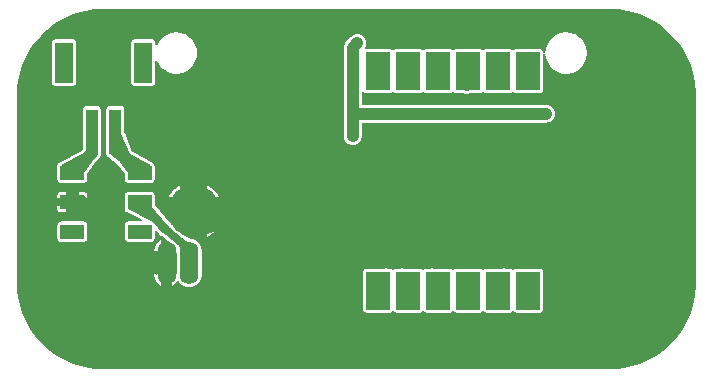
<source format=gbl>
G04 Layer: BottomLayer*
G04 EasyEDA v6.5.29, 2023-07-06 22:18:42*
G04 26de12d81895481dba0b46256d096437,4bfb672c99b74c95bcb02992393faf10,10*
G04 Gerber Generator version 0.2*
G04 Scale: 100 percent, Rotated: No, Reflected: No *
G04 Dimensions in millimeters *
G04 leading zeros omitted , absolute positions ,4 integer and 5 decimal *
%FSLAX45Y45*%
%MOMM*%

%AMMACRO1*21,1,$1,$2,0,0,$3*%
%ADD10C,1.0000*%
%ADD11C,0.8000*%
%ADD12C,0.7000*%
%ADD13C,0.2540*%
%ADD14MACRO1,2X3.2X0.0000*%
%ADD15MACRO1,1.1999X2X90.0000*%
%ADD16MACRO1,1X3.8X0.0000*%
%ADD17MACRO1,1.5X3.4X0.0000*%
%ADD18O,1.5999968X3.5999928*%
%ADD19C,4.4000*%
%ADD20C,0.7000*%
%ADD21C,0.6100*%
%ADD22C,0.0110*%

%LPD*%
G36*
X3775456Y6625894D02*
G01*
X3738067Y6626859D01*
X3701491Y6629653D01*
X3665118Y6634276D01*
X3628999Y6640779D01*
X3593236Y6649110D01*
X3557981Y6659168D01*
X3523284Y6671056D01*
X3489198Y6684670D01*
X3455873Y6700012D01*
X3423361Y6717030D01*
X3391763Y6735622D01*
X3361131Y6755841D01*
X3331565Y6777583D01*
X3303168Y6800748D01*
X3275939Y6825335D01*
X3250031Y6851294D01*
X3225444Y6878523D01*
X3202279Y6906971D01*
X3180537Y6936536D01*
X3160369Y6967169D01*
X3141776Y6998817D01*
X3124809Y7031329D01*
X3109518Y7064654D01*
X3095904Y7098741D01*
X3084068Y7133488D01*
X3073958Y7168743D01*
X3065678Y7204506D01*
X3059226Y7240574D01*
X3054604Y7276998D01*
X3051810Y7313574D01*
X3050895Y7350404D01*
X3050895Y8949537D01*
X3051860Y8986926D01*
X3054654Y9023502D01*
X3059328Y9059875D01*
X3065780Y9095994D01*
X3074111Y9131706D01*
X3084220Y9167012D01*
X3096056Y9201708D01*
X3109722Y9235744D01*
X3125012Y9269069D01*
X3142030Y9301581D01*
X3160623Y9333230D01*
X3180842Y9363811D01*
X3202584Y9393377D01*
X3225749Y9421825D01*
X3250387Y9449054D01*
X3276295Y9474962D01*
X3303524Y9499549D01*
X3331972Y9522714D01*
X3361588Y9544405D01*
X3392220Y9564624D01*
X3423818Y9583216D01*
X3456330Y9600184D01*
X3489706Y9615474D01*
X3523742Y9629089D01*
X3558489Y9640925D01*
X3593744Y9650984D01*
X3629507Y9659264D01*
X3665626Y9665766D01*
X3701999Y9670389D01*
X3738575Y9673132D01*
X3775456Y9674047D01*
X8074558Y9674047D01*
X8111896Y9673132D01*
X8148472Y9670338D01*
X8184896Y9665665D01*
X8221014Y9659162D01*
X8256727Y9650882D01*
X8291982Y9640773D01*
X8326678Y9628886D01*
X8360765Y9615271D01*
X8394090Y9599930D01*
X8426602Y9582962D01*
X8458200Y9564319D01*
X8488832Y9544151D01*
X8518398Y9522409D01*
X8546846Y9499193D01*
X8574024Y9474606D01*
X8599982Y9448647D01*
X8624570Y9421418D01*
X8647734Y9392970D01*
X8669426Y9363405D01*
X8689594Y9332772D01*
X8708186Y9301175D01*
X8725154Y9268612D01*
X8740495Y9235287D01*
X8754059Y9201200D01*
X8765946Y9166504D01*
X8776004Y9131249D01*
X8784285Y9095486D01*
X8790736Y9059367D01*
X8795359Y9022994D01*
X8798153Y8986418D01*
X8799068Y8949537D01*
X8799068Y7350404D01*
X8798102Y7313066D01*
X8795308Y7276490D01*
X8790686Y7240066D01*
X8784183Y7203998D01*
X8775903Y7168235D01*
X8765794Y7132980D01*
X8753906Y7098284D01*
X8740292Y7064197D01*
X8724950Y7030872D01*
X8707932Y6998360D01*
X8689340Y6966762D01*
X8669121Y6936130D01*
X8647430Y6906564D01*
X8624214Y6878167D01*
X8599627Y6850938D01*
X8573668Y6824980D01*
X8546439Y6800392D01*
X8517991Y6777228D01*
X8488426Y6755536D01*
X8457793Y6735368D01*
X8426145Y6716775D01*
X8393633Y6699808D01*
X8360308Y6684467D01*
X8326221Y6670903D01*
X8291474Y6659016D01*
X8256219Y6648958D01*
X8220506Y6640677D01*
X8184388Y6634225D01*
X8147964Y6629603D01*
X8111388Y6626809D01*
X8074558Y6625894D01*
G37*

%LPC*%
G36*
X6009284Y7103872D02*
G01*
X6208115Y7103872D01*
X6214465Y7104583D01*
X6219901Y7106462D01*
X6224828Y7109561D01*
X6228537Y7113270D01*
X6231839Y7115505D01*
X6235700Y7116267D01*
X6239611Y7115505D01*
X6242913Y7113270D01*
X6246571Y7109612D01*
X6251498Y7106513D01*
X6256934Y7104583D01*
X6263284Y7103872D01*
X6462115Y7103872D01*
X6468465Y7104583D01*
X6473901Y7106513D01*
X6478828Y7109612D01*
X6482537Y7113270D01*
X6485788Y7115505D01*
X6489700Y7116267D01*
X6493611Y7115505D01*
X6496862Y7113270D01*
X6500571Y7109612D01*
X6505498Y7106513D01*
X6510934Y7104583D01*
X6517284Y7103872D01*
X6716115Y7103872D01*
X6722465Y7104583D01*
X6727901Y7106513D01*
X6732828Y7109612D01*
X6736537Y7113270D01*
X6739788Y7115505D01*
X6743700Y7116267D01*
X6747611Y7115505D01*
X6750862Y7113270D01*
X6754571Y7109612D01*
X6759498Y7106513D01*
X6764934Y7104583D01*
X6771284Y7103872D01*
X6970115Y7103872D01*
X6976465Y7104583D01*
X6981901Y7106513D01*
X6986828Y7109612D01*
X6990537Y7113270D01*
X6993788Y7115505D01*
X6997700Y7116267D01*
X7001611Y7115505D01*
X7004862Y7113270D01*
X7008571Y7109612D01*
X7013498Y7106513D01*
X7018934Y7104583D01*
X7025284Y7103872D01*
X7224115Y7103872D01*
X7230465Y7104583D01*
X7235901Y7106513D01*
X7240828Y7109612D01*
X7244537Y7113270D01*
X7247788Y7115505D01*
X7251700Y7116267D01*
X7255611Y7115505D01*
X7258862Y7113270D01*
X7262571Y7109612D01*
X7267498Y7106513D01*
X7272934Y7104583D01*
X7279284Y7103872D01*
X7478115Y7103872D01*
X7484465Y7104583D01*
X7489901Y7106513D01*
X7494828Y7109612D01*
X7498892Y7113676D01*
X7501991Y7118603D01*
X7503871Y7124039D01*
X7504582Y7130389D01*
X7504582Y7449210D01*
X7503871Y7455560D01*
X7501991Y7460996D01*
X7498892Y7465923D01*
X7494828Y7469987D01*
X7489901Y7473086D01*
X7484465Y7475016D01*
X7478115Y7475728D01*
X7279284Y7475728D01*
X7272934Y7475016D01*
X7267498Y7473086D01*
X7262571Y7469987D01*
X7258862Y7466279D01*
X7255611Y7464094D01*
X7251700Y7463332D01*
X7247788Y7464094D01*
X7244537Y7466279D01*
X7240828Y7469987D01*
X7235901Y7473086D01*
X7230465Y7475016D01*
X7224115Y7475728D01*
X7190231Y7475829D01*
X7180529Y7477455D01*
X7170470Y7477455D01*
X7160768Y7475829D01*
X7025284Y7475728D01*
X7018934Y7475016D01*
X7013498Y7473086D01*
X7008571Y7469987D01*
X7004862Y7466279D01*
X7001611Y7464094D01*
X6997700Y7463332D01*
X6993788Y7464094D01*
X6990537Y7466279D01*
X6986828Y7469987D01*
X6981901Y7473086D01*
X6976465Y7475016D01*
X6970115Y7475728D01*
X6771284Y7475728D01*
X6764934Y7475016D01*
X6759498Y7473086D01*
X6754571Y7469987D01*
X6750862Y7466279D01*
X6747611Y7464094D01*
X6743700Y7463332D01*
X6739788Y7464094D01*
X6736537Y7466279D01*
X6732828Y7469987D01*
X6727901Y7473086D01*
X6722465Y7475016D01*
X6716115Y7475728D01*
X6580631Y7475829D01*
X6570929Y7477455D01*
X6560870Y7477455D01*
X6551168Y7475829D01*
X6517284Y7475728D01*
X6510934Y7475016D01*
X6505498Y7473086D01*
X6500571Y7469987D01*
X6496862Y7466279D01*
X6493611Y7464094D01*
X6489700Y7463332D01*
X6485788Y7464094D01*
X6482537Y7466279D01*
X6478828Y7469987D01*
X6473901Y7473086D01*
X6468465Y7475016D01*
X6462115Y7475728D01*
X6326632Y7475829D01*
X6316929Y7477455D01*
X6306870Y7477455D01*
X6297168Y7475829D01*
X6263284Y7475728D01*
X6256934Y7475016D01*
X6251498Y7473086D01*
X6246571Y7469987D01*
X6242862Y7466279D01*
X6239560Y7464094D01*
X6235700Y7463332D01*
X6231788Y7464094D01*
X6228486Y7466279D01*
X6224828Y7469987D01*
X6219901Y7473035D01*
X6214465Y7474966D01*
X6208115Y7475677D01*
X6188760Y7475677D01*
X6177229Y7477455D01*
X6167170Y7477455D01*
X6155639Y7475677D01*
X6009284Y7475677D01*
X6002934Y7474966D01*
X5997498Y7473035D01*
X5992571Y7469987D01*
X5988507Y7465872D01*
X5985408Y7460996D01*
X5983528Y7455509D01*
X5982817Y7449210D01*
X5982817Y7130338D01*
X5983528Y7124039D01*
X5985408Y7118553D01*
X5988507Y7113676D01*
X5992571Y7109561D01*
X5997498Y7106462D01*
X6002934Y7104583D01*
G37*
G36*
X4508500Y7319314D02*
G01*
X4522317Y7320229D01*
X4535881Y7322921D01*
X4549038Y7327392D01*
X4561433Y7333488D01*
X4572965Y7341209D01*
X4583379Y7350353D01*
X4592523Y7360767D01*
X4600194Y7372248D01*
X4606340Y7384694D01*
X4610760Y7397800D01*
X4613503Y7411364D01*
X4614418Y7425537D01*
X4614418Y7624876D01*
X4613503Y7638999D01*
X4610557Y7653477D01*
X4606340Y7665720D01*
X4600194Y7678166D01*
X4592523Y7689646D01*
X4583379Y7700060D01*
X4572965Y7709204D01*
X4561433Y7716926D01*
X4549038Y7723022D01*
X4535881Y7727492D01*
X4522317Y7730185D01*
X4508296Y7731099D01*
X4505655Y7731607D01*
X4503267Y7732775D01*
X4457496Y7763509D01*
X4433925Y7783017D01*
X4431233Y7786522D01*
X4430268Y7790840D01*
X4430268Y7846568D01*
X4365447Y7846568D01*
X4361078Y7847533D01*
X4357522Y7850327D01*
X4352950Y7856067D01*
X4300067Y7912049D01*
X4217670Y8010652D01*
X4215892Y8013700D01*
X4215282Y8017154D01*
X4215282Y8098536D01*
X4214571Y8104835D01*
X4212691Y8110321D01*
X4209592Y8115198D01*
X4205478Y8119313D01*
X4200601Y8122361D01*
X4195114Y8124291D01*
X4188815Y8125002D01*
X3989933Y8125002D01*
X3983634Y8124291D01*
X3978198Y8122361D01*
X3973271Y8119313D01*
X3969207Y8115198D01*
X3966108Y8110321D01*
X3964178Y8104835D01*
X3963466Y8098536D01*
X3963466Y7979664D01*
X3964178Y7973364D01*
X3966108Y7967878D01*
X3969207Y7963001D01*
X3973271Y7958886D01*
X3978198Y7955838D01*
X3983380Y7953908D01*
X4101388Y7894218D01*
X4104843Y7891373D01*
X4106722Y7887309D01*
X4106672Y7882839D01*
X4104690Y7878775D01*
X4101185Y7876031D01*
X4096816Y7875016D01*
X3989984Y7875016D01*
X3983685Y7874304D01*
X3978198Y7872374D01*
X3973322Y7869326D01*
X3969207Y7865211D01*
X3966108Y7860334D01*
X3964228Y7854848D01*
X3963517Y7848549D01*
X3963517Y7729677D01*
X3964228Y7723378D01*
X3966108Y7717891D01*
X3969207Y7713014D01*
X3973322Y7708900D01*
X3978198Y7705852D01*
X3983685Y7703921D01*
X3989984Y7703210D01*
X4188866Y7703210D01*
X4195165Y7703921D01*
X4200601Y7705852D01*
X4205528Y7708900D01*
X4209592Y7713014D01*
X4212691Y7717891D01*
X4214622Y7723378D01*
X4215333Y7729677D01*
X4215333Y7784236D01*
X4216095Y7788148D01*
X4218381Y7791500D01*
X4221734Y7793685D01*
X4225696Y7794396D01*
X4229608Y7793532D01*
X4232859Y7791196D01*
X4257090Y7765542D01*
X4265066Y7758328D01*
X4273753Y7752689D01*
X4283354Y7748422D01*
X4287164Y7746441D01*
X4360672Y7685531D01*
X4363364Y7682026D01*
X4364329Y7677708D01*
X4364329Y7621574D01*
X4384903Y7621574D01*
X4388662Y7620812D01*
X4391914Y7618780D01*
X4394149Y7615631D01*
X4401667Y7599425D01*
X4402582Y7595158D01*
X4402582Y7438999D01*
X4401820Y7435138D01*
X4399635Y7431836D01*
X4396333Y7429601D01*
X4392422Y7428839D01*
X4364329Y7428839D01*
X4364329Y7330236D01*
X4370933Y7333488D01*
X4382465Y7341209D01*
X4392879Y7350353D01*
X4402023Y7360767D01*
X4404817Y7364933D01*
X4407611Y7367727D01*
X4411268Y7369251D01*
X4415231Y7369251D01*
X4418888Y7367727D01*
X4421682Y7364933D01*
X4424476Y7360767D01*
X4433620Y7350353D01*
X4444034Y7341209D01*
X4455566Y7333488D01*
X4467961Y7327392D01*
X4481118Y7322921D01*
X4494682Y7320229D01*
G37*
G36*
X4271670Y7330236D02*
G01*
X4271670Y7428839D01*
X4212082Y7428839D01*
X4212082Y7425537D01*
X4212996Y7411364D01*
X4215739Y7397800D01*
X4220159Y7384694D01*
X4226306Y7372248D01*
X4233976Y7360767D01*
X4243120Y7350353D01*
X4253534Y7341209D01*
X4265066Y7333488D01*
G37*
G36*
X4212082Y7621574D02*
G01*
X4271670Y7621574D01*
X4271670Y7720177D01*
X4265066Y7716926D01*
X4253534Y7709204D01*
X4243120Y7700060D01*
X4233976Y7689646D01*
X4226306Y7678166D01*
X4220159Y7665720D01*
X4215739Y7652613D01*
X4212996Y7638999D01*
X4212082Y7624876D01*
G37*
G36*
X3419957Y7703210D02*
G01*
X3618839Y7703210D01*
X3625138Y7703921D01*
X3630625Y7705852D01*
X3635501Y7708900D01*
X3639616Y7713014D01*
X3642715Y7717891D01*
X3644595Y7723378D01*
X3645306Y7729677D01*
X3645306Y7848549D01*
X3644595Y7854848D01*
X3642715Y7860334D01*
X3639616Y7865211D01*
X3635501Y7869326D01*
X3630625Y7872374D01*
X3625138Y7874304D01*
X3618839Y7875016D01*
X3419957Y7875016D01*
X3413658Y7874304D01*
X3408222Y7872374D01*
X3403295Y7869326D01*
X3399231Y7865211D01*
X3396132Y7860334D01*
X3394201Y7854848D01*
X3393490Y7848549D01*
X3393490Y7729677D01*
X3394201Y7723378D01*
X3396132Y7717891D01*
X3399231Y7713014D01*
X3403295Y7708900D01*
X3408222Y7705852D01*
X3413658Y7703921D01*
G37*
G36*
X4662932Y7746492D02*
G01*
X4675784Y7753654D01*
X4693767Y7765897D01*
X4710582Y7779664D01*
X4726127Y7794904D01*
X4740300Y7811414D01*
X4752949Y7829143D01*
X4763160Y7846568D01*
X4662932Y7846568D01*
G37*
G36*
X3575761Y7953197D02*
G01*
X3618839Y7953197D01*
X3625138Y7953908D01*
X3630625Y7955838D01*
X3635501Y7958886D01*
X3639616Y7963001D01*
X3642715Y7967878D01*
X3644595Y7973364D01*
X3645306Y7979664D01*
X3645306Y8002727D01*
X3575761Y8002727D01*
G37*
G36*
X3419957Y7953197D02*
G01*
X3463086Y7953197D01*
X3463086Y8002727D01*
X3393490Y8002727D01*
X3393490Y7979664D01*
X3394201Y7973364D01*
X3396132Y7967878D01*
X3399231Y7963001D01*
X3403295Y7958886D01*
X3408222Y7955838D01*
X3413658Y7953908D01*
G37*
G36*
X3575761Y8075422D02*
G01*
X3645306Y8075422D01*
X3645306Y8098536D01*
X3644595Y8104835D01*
X3642715Y8110321D01*
X3639616Y8115198D01*
X3635501Y8119313D01*
X3630625Y8122361D01*
X3625138Y8124291D01*
X3618839Y8125002D01*
X3575761Y8125002D01*
G37*
G36*
X3393490Y8075422D02*
G01*
X3463086Y8075422D01*
X3463086Y8125002D01*
X3419957Y8125002D01*
X3413658Y8124291D01*
X3408222Y8122361D01*
X3403295Y8119313D01*
X3399231Y8115198D01*
X3396132Y8110321D01*
X3394201Y8104835D01*
X3393490Y8098536D01*
G37*
G36*
X4330242Y8079231D02*
G01*
X4430268Y8079231D01*
X4430268Y8179358D01*
X4426813Y8177631D01*
X4408271Y8166201D01*
X4390847Y8153196D01*
X4374642Y8138668D01*
X4359808Y8122818D01*
X4346397Y8105648D01*
X4334560Y8087410D01*
G37*
G36*
X4662932Y8079231D02*
G01*
X4763160Y8079231D01*
X4752949Y8096656D01*
X4740300Y8114385D01*
X4726127Y8130895D01*
X4710582Y8146135D01*
X4693767Y8159902D01*
X4675784Y8172145D01*
X4662932Y8179308D01*
G37*
G36*
X3419957Y8203184D02*
G01*
X3618839Y8203184D01*
X3625138Y8203895D01*
X3630625Y8205825D01*
X3635501Y8208873D01*
X3639616Y8212988D01*
X3642715Y8217865D01*
X3644595Y8223351D01*
X3645306Y8229650D01*
X3645306Y8270646D01*
X3645814Y8273796D01*
X3647236Y8276590D01*
X3730599Y8392922D01*
X3740099Y8402675D01*
X3745737Y8409533D01*
X3747109Y8411464D01*
X3751732Y8419134D01*
X3752799Y8421217D01*
X3756660Y8431123D01*
X3759809Y8439861D01*
X3760520Y8446160D01*
X3760520Y8825026D01*
X3759809Y8831376D01*
X3757879Y8836812D01*
X3754780Y8841689D01*
X3750716Y8845804D01*
X3745788Y8848902D01*
X3740353Y8850782D01*
X3734054Y8851493D01*
X3635146Y8851493D01*
X3628847Y8850782D01*
X3623411Y8848902D01*
X3618484Y8845804D01*
X3614420Y8841689D01*
X3611321Y8836812D01*
X3609390Y8831376D01*
X3608679Y8825026D01*
X3608628Y8490000D01*
X3607866Y8486140D01*
X3605631Y8482838D01*
X3590239Y8467394D01*
X3587750Y8465566D01*
X3407918Y8372348D01*
X3403142Y8369198D01*
X3401009Y8367318D01*
X3397351Y8362543D01*
X3394913Y8357311D01*
X3393592Y8351316D01*
X3393490Y8229650D01*
X3394201Y8223351D01*
X3396132Y8217865D01*
X3399231Y8212988D01*
X3403295Y8208873D01*
X3408222Y8205825D01*
X3413658Y8203895D01*
G37*
G36*
X3989984Y8203184D02*
G01*
X4188866Y8203184D01*
X4195165Y8203895D01*
X4200601Y8205825D01*
X4205528Y8208873D01*
X4209592Y8212988D01*
X4212691Y8217865D01*
X4214622Y8223351D01*
X4215333Y8229650D01*
X4215333Y8348522D01*
X4214622Y8354822D01*
X4212691Y8360308D01*
X4209592Y8365185D01*
X4205478Y8369350D01*
X4200906Y8372348D01*
X4029456Y8461197D01*
X4026611Y8463381D01*
X4024731Y8466378D01*
X3961333Y8621115D01*
X3960571Y8624874D01*
X3960520Y8825026D01*
X3959809Y8831376D01*
X3957878Y8836812D01*
X3954779Y8841689D01*
X3950715Y8845804D01*
X3945788Y8848902D01*
X3940352Y8850782D01*
X3934053Y8851493D01*
X3835146Y8851493D01*
X3828846Y8850782D01*
X3823411Y8848902D01*
X3818483Y8845804D01*
X3814419Y8841689D01*
X3811320Y8836812D01*
X3809390Y8831376D01*
X3808679Y8825026D01*
X3808679Y8446211D01*
X3809492Y8439353D01*
X3811524Y8433968D01*
X3814673Y8429142D01*
X3819245Y8424722D01*
X3898747Y8363508D01*
X3900779Y8361375D01*
X3961587Y8276539D01*
X3963009Y8273745D01*
X3963517Y8270646D01*
X3963517Y8229650D01*
X3964228Y8223351D01*
X3966108Y8217865D01*
X3969207Y8212988D01*
X3973322Y8208873D01*
X3978198Y8205825D01*
X3983685Y8203895D01*
G37*
G36*
X5887110Y8522208D02*
G01*
X5898489Y8522208D01*
X5909665Y8523935D01*
X5920536Y8527288D01*
X5930747Y8532164D01*
X5940094Y8538565D01*
X5948426Y8546287D01*
X5955487Y8555177D01*
X5961176Y8564981D01*
X5965291Y8575548D01*
X5967831Y8586571D01*
X5968695Y8598255D01*
X5968695Y8702344D01*
X5969457Y8706205D01*
X5971692Y8709507D01*
X5974994Y8711742D01*
X5978855Y8712504D01*
X7530744Y8712504D01*
X7542428Y8713368D01*
X7553452Y8715908D01*
X7564018Y8720023D01*
X7573822Y8725712D01*
X7582712Y8732774D01*
X7590434Y8741105D01*
X7596835Y8750452D01*
X7601712Y8760663D01*
X7605064Y8771534D01*
X7606792Y8782710D01*
X7606792Y8794089D01*
X7605064Y8805265D01*
X7601712Y8816136D01*
X7596835Y8826347D01*
X7590434Y8835694D01*
X7582712Y8844026D01*
X7573822Y8851087D01*
X7564018Y8856776D01*
X7553452Y8860891D01*
X7542428Y8863431D01*
X7530744Y8864295D01*
X5978855Y8864295D01*
X5974994Y8865057D01*
X5971692Y8867292D01*
X5969457Y8870594D01*
X5968695Y8874455D01*
X5968695Y8969857D01*
X5969609Y8974124D01*
X5972251Y8977579D01*
X5976061Y8979662D01*
X5980379Y8979916D01*
X5984443Y8978392D01*
X5987491Y8975293D01*
X5988507Y8973667D01*
X5992571Y8969552D01*
X5997498Y8966504D01*
X6002934Y8964574D01*
X6009284Y8963863D01*
X6208115Y8963863D01*
X6214465Y8964574D01*
X6219901Y8966504D01*
X6224828Y8969552D01*
X6228537Y8973261D01*
X6231788Y8975445D01*
X6235700Y8976258D01*
X6239611Y8975445D01*
X6242862Y8973261D01*
X6246571Y8969552D01*
X6251498Y8966504D01*
X6256934Y8964574D01*
X6263284Y8963863D01*
X6462115Y8963863D01*
X6468465Y8964574D01*
X6473901Y8966504D01*
X6478828Y8969552D01*
X6482537Y8973261D01*
X6485788Y8975445D01*
X6489700Y8976258D01*
X6493611Y8975445D01*
X6496862Y8973261D01*
X6500571Y8969552D01*
X6505498Y8966504D01*
X6510934Y8964574D01*
X6517284Y8963863D01*
X6716115Y8963863D01*
X6722465Y8964574D01*
X6727901Y8966504D01*
X6732828Y8969552D01*
X6736537Y8973261D01*
X6739788Y8975445D01*
X6743700Y8976258D01*
X6747611Y8975445D01*
X6750862Y8973261D01*
X6754571Y8969552D01*
X6759498Y8966504D01*
X6764934Y8964574D01*
X6771284Y8963863D01*
X6826148Y8963863D01*
X6828637Y8963558D01*
X6833565Y8961272D01*
X6843064Y8957970D01*
X6852970Y8956344D01*
X6863029Y8956344D01*
X6872935Y8957970D01*
X6882434Y8961272D01*
X6887362Y8963558D01*
X6889851Y8963863D01*
X6970115Y8963863D01*
X6976465Y8964574D01*
X6981901Y8966504D01*
X6986828Y8969552D01*
X6990537Y8973261D01*
X6993788Y8975445D01*
X6997700Y8976258D01*
X7001611Y8975445D01*
X7004862Y8973261D01*
X7008571Y8969552D01*
X7013498Y8966504D01*
X7018934Y8964574D01*
X7025284Y8963863D01*
X7224115Y8963863D01*
X7230465Y8964574D01*
X7235901Y8966504D01*
X7240828Y8969552D01*
X7244537Y8973261D01*
X7247788Y8975445D01*
X7251700Y8976258D01*
X7255611Y8975445D01*
X7258862Y8973261D01*
X7262571Y8969552D01*
X7267498Y8966504D01*
X7272934Y8964574D01*
X7279284Y8963863D01*
X7478115Y8963863D01*
X7484465Y8964574D01*
X7489901Y8966504D01*
X7494828Y8969552D01*
X7498892Y8973667D01*
X7501991Y8978544D01*
X7503871Y8984030D01*
X7504633Y8990330D01*
X7504633Y9284563D01*
X7505547Y9288830D01*
X7508189Y9292336D01*
X7512050Y9294368D01*
X7516418Y9294571D01*
X7520482Y9292945D01*
X7523480Y9289745D01*
X7524851Y9285579D01*
X7526172Y9272930D01*
X7529880Y9255201D01*
X7535418Y9237929D01*
X7542631Y9221317D01*
X7551572Y9205569D01*
X7562037Y9190837D01*
X7574025Y9177223D01*
X7587284Y9164929D01*
X7601813Y9154058D01*
X7617307Y9144711D01*
X7633716Y9137040D01*
X7650835Y9131096D01*
X7668463Y9126931D01*
X7686395Y9124594D01*
X7704531Y9124137D01*
X7722565Y9125559D01*
X7740396Y9128810D01*
X7757769Y9133840D01*
X7774533Y9140698D01*
X7790535Y9149181D01*
X7805572Y9159290D01*
X7819440Y9170873D01*
X7832090Y9183878D01*
X7843367Y9198051D01*
X7853070Y9213342D01*
X7861147Y9229547D01*
X7867548Y9246514D01*
X7872171Y9263989D01*
X7874965Y9281871D01*
X7875879Y9299956D01*
X7874965Y9318091D01*
X7872171Y9335973D01*
X7867548Y9353448D01*
X7861147Y9370415D01*
X7853070Y9386620D01*
X7843367Y9401911D01*
X7832090Y9416084D01*
X7819440Y9429089D01*
X7805572Y9440672D01*
X7790535Y9450781D01*
X7774533Y9459264D01*
X7757769Y9466122D01*
X7740396Y9471152D01*
X7722565Y9474403D01*
X7704531Y9475825D01*
X7686395Y9475368D01*
X7668463Y9473031D01*
X7650835Y9468866D01*
X7633716Y9462922D01*
X7617307Y9455251D01*
X7601813Y9445904D01*
X7587284Y9435033D01*
X7574025Y9422739D01*
X7562037Y9409125D01*
X7551572Y9394393D01*
X7542631Y9378645D01*
X7535418Y9362033D01*
X7529880Y9344761D01*
X7526172Y9327032D01*
X7524546Y9311436D01*
X7523276Y9307423D01*
X7520482Y9304274D01*
X7516622Y9302546D01*
X7512405Y9302496D01*
X7508544Y9304223D01*
X7505700Y9307322D01*
X7504379Y9311335D01*
X7503871Y9315500D01*
X7501991Y9320987D01*
X7498892Y9325864D01*
X7494828Y9329978D01*
X7489901Y9333077D01*
X7484465Y9334957D01*
X7478115Y9335668D01*
X7279284Y9335668D01*
X7272934Y9334957D01*
X7267498Y9333077D01*
X7262571Y9329978D01*
X7258862Y9326270D01*
X7255611Y9324086D01*
X7251700Y9323273D01*
X7247788Y9324086D01*
X7244537Y9326270D01*
X7240828Y9329978D01*
X7235901Y9333077D01*
X7230465Y9334957D01*
X7224115Y9335668D01*
X7025284Y9335668D01*
X7018934Y9334957D01*
X7013498Y9333077D01*
X7008571Y9329978D01*
X7004862Y9326270D01*
X7001611Y9324086D01*
X6997700Y9323273D01*
X6993788Y9324086D01*
X6990537Y9326270D01*
X6986828Y9329978D01*
X6981901Y9333077D01*
X6976465Y9334957D01*
X6970115Y9335668D01*
X6771284Y9335668D01*
X6764934Y9334957D01*
X6759498Y9333077D01*
X6754571Y9329978D01*
X6750862Y9326270D01*
X6747611Y9324086D01*
X6743700Y9323273D01*
X6739788Y9324086D01*
X6736537Y9326270D01*
X6732828Y9329978D01*
X6727901Y9333077D01*
X6722465Y9334957D01*
X6716115Y9335668D01*
X6517284Y9335668D01*
X6510934Y9334957D01*
X6505498Y9333077D01*
X6500571Y9329978D01*
X6496862Y9326270D01*
X6493611Y9324086D01*
X6489700Y9323273D01*
X6485788Y9324086D01*
X6482537Y9326270D01*
X6478828Y9329978D01*
X6473901Y9333077D01*
X6468465Y9334957D01*
X6462115Y9335668D01*
X6263284Y9335668D01*
X6256934Y9334957D01*
X6251498Y9333077D01*
X6246571Y9329978D01*
X6242862Y9326270D01*
X6239611Y9324086D01*
X6235700Y9323273D01*
X6231788Y9324086D01*
X6228537Y9326270D01*
X6224828Y9329978D01*
X6219901Y9333077D01*
X6214465Y9334957D01*
X6208115Y9335668D01*
X6009284Y9335668D01*
X6004204Y9335973D01*
X6000496Y9338056D01*
X5998006Y9341459D01*
X5997092Y9345574D01*
X5997956Y9349740D01*
X6002528Y9360255D01*
X6005474Y9371177D01*
X6006744Y9382455D01*
X6006287Y9393783D01*
X6004204Y9404959D01*
X6000445Y9415627D01*
X5995162Y9425686D01*
X5988405Y9434779D01*
X5980379Y9442805D01*
X5971286Y9449562D01*
X5961227Y9454845D01*
X5950559Y9458604D01*
X5939383Y9460687D01*
X5928055Y9461144D01*
X5916777Y9459874D01*
X5905855Y9456928D01*
X5895441Y9452406D01*
X5885840Y9446361D01*
X5876950Y9438690D01*
X5837275Y9398965D01*
X5830214Y9390126D01*
X5825591Y9382506D01*
X5824474Y9380321D01*
X5821070Y9372092D01*
X5820308Y9369755D01*
X5818174Y9361119D01*
X5817768Y9358680D01*
X5816955Y9349841D01*
X5816904Y8598255D01*
X5817768Y8586571D01*
X5820308Y8575548D01*
X5824423Y8564981D01*
X5830112Y8555177D01*
X5837174Y8546287D01*
X5845505Y8538565D01*
X5854852Y8532164D01*
X5865063Y8527288D01*
X5875934Y8523935D01*
G37*
G36*
X3375151Y9024670D02*
G01*
X3524046Y9024670D01*
X3530346Y9025382D01*
X3535832Y9027312D01*
X3540709Y9030411D01*
X3544824Y9034475D01*
X3547872Y9039402D01*
X3549802Y9044838D01*
X3550513Y9051188D01*
X3550513Y9390024D01*
X3549802Y9396374D01*
X3547872Y9401810D01*
X3544824Y9406686D01*
X3540709Y9410801D01*
X3535832Y9413900D01*
X3530346Y9415780D01*
X3524046Y9416491D01*
X3375151Y9416491D01*
X3368852Y9415780D01*
X3363366Y9413900D01*
X3358489Y9410801D01*
X3354374Y9406686D01*
X3351326Y9401810D01*
X3349396Y9396374D01*
X3348685Y9390024D01*
X3348685Y9051188D01*
X3349396Y9044838D01*
X3351326Y9039402D01*
X3354374Y9034475D01*
X3358489Y9030411D01*
X3363366Y9027312D01*
X3368852Y9025382D01*
G37*
G36*
X4045153Y9024670D02*
G01*
X4194048Y9024670D01*
X4200347Y9025382D01*
X4205833Y9027312D01*
X4210710Y9030411D01*
X4214825Y9034475D01*
X4217873Y9039402D01*
X4219803Y9044838D01*
X4220514Y9051188D01*
X4220514Y9223400D01*
X4221276Y9227261D01*
X4223461Y9230512D01*
X4226712Y9232747D01*
X4230573Y9233560D01*
X4234434Y9232849D01*
X4237736Y9230715D01*
X4239971Y9227464D01*
X4242663Y9221317D01*
X4251553Y9205569D01*
X4262069Y9190837D01*
X4274007Y9177223D01*
X4287316Y9164929D01*
X4301794Y9154058D01*
X4317339Y9144711D01*
X4333748Y9137040D01*
X4350816Y9131096D01*
X4368444Y9126931D01*
X4386427Y9124594D01*
X4404512Y9124137D01*
X4422597Y9125559D01*
X4440377Y9128810D01*
X4457801Y9133840D01*
X4474565Y9140698D01*
X4490516Y9149181D01*
X4505553Y9159290D01*
X4519472Y9170873D01*
X4532122Y9183878D01*
X4543348Y9198051D01*
X4553051Y9213342D01*
X4561179Y9229547D01*
X4567529Y9246514D01*
X4572152Y9263989D01*
X4574946Y9281871D01*
X4575860Y9299956D01*
X4574946Y9318091D01*
X4572152Y9335973D01*
X4567529Y9353448D01*
X4561179Y9370415D01*
X4553051Y9386620D01*
X4543348Y9401911D01*
X4532122Y9416084D01*
X4519472Y9429089D01*
X4505553Y9440672D01*
X4490516Y9450781D01*
X4474565Y9459264D01*
X4457801Y9466122D01*
X4440377Y9471152D01*
X4422597Y9474403D01*
X4404512Y9475825D01*
X4386427Y9475368D01*
X4368444Y9473031D01*
X4350816Y9468866D01*
X4333748Y9462922D01*
X4317339Y9455251D01*
X4301794Y9445904D01*
X4287316Y9435033D01*
X4274007Y9422739D01*
X4262069Y9409125D01*
X4251553Y9394393D01*
X4242663Y9378645D01*
X4239971Y9372498D01*
X4237736Y9369247D01*
X4234434Y9367113D01*
X4230573Y9366402D01*
X4226712Y9367215D01*
X4223461Y9369399D01*
X4221276Y9372701D01*
X4220514Y9376562D01*
X4220514Y9390024D01*
X4219803Y9396374D01*
X4217873Y9401810D01*
X4214825Y9406686D01*
X4210710Y9410801D01*
X4205833Y9413900D01*
X4200347Y9415780D01*
X4194048Y9416491D01*
X4045153Y9416491D01*
X4038854Y9415780D01*
X4033367Y9413900D01*
X4028490Y9410801D01*
X4024376Y9406686D01*
X4021328Y9401810D01*
X4019397Y9396374D01*
X4018686Y9390024D01*
X4018686Y9051188D01*
X4019397Y9044838D01*
X4021328Y9039402D01*
X4024376Y9034475D01*
X4028490Y9030411D01*
X4033367Y9027312D01*
X4038854Y9025382D01*
G37*

%LPD*%
G36*
X4739436Y8068767D02*
G01*
X4627524Y7758328D01*
X4810302Y7811312D01*
X4846370Y7911287D01*
G37*
G36*
X6145936Y7393635D02*
G01*
X6159500Y7369149D01*
X6184900Y7369149D01*
X6198463Y7393635D01*
G37*
G36*
X6285636Y7393635D02*
G01*
X6299200Y7369149D01*
X6324600Y7369149D01*
X6338163Y7393635D01*
G37*
G36*
X6539636Y7393635D02*
G01*
X6553200Y7369149D01*
X6578600Y7369149D01*
X6592163Y7393635D01*
G37*
G36*
X6334150Y9218777D02*
G01*
X6293408Y9185656D01*
X6319316Y9175140D01*
X6339179Y9191244D01*
G37*
G36*
X6645249Y9218777D02*
G01*
X6640220Y9191244D01*
X6660083Y9175140D01*
X6685991Y9185656D01*
G37*
G36*
X6858000Y9066428D02*
G01*
X6838848Y9046311D01*
X6889496Y9032341D01*
X6883400Y9059418D01*
G37*
G36*
X7429500Y9077350D02*
G01*
X7415936Y9052864D01*
X7468463Y9052864D01*
X7454900Y9077350D01*
G37*
G36*
X4189425Y8004048D02*
G01*
X3990949Y7979105D01*
X4182516Y7882229D01*
X4280865Y7894624D01*
G37*
G36*
X3604869Y8445246D02*
G01*
X3419398Y8349081D01*
X3619398Y8282228D01*
X3710838Y8409838D01*
G37*
G36*
X3619398Y8099094D02*
G01*
X3503117Y7979105D01*
X3642461Y7907324D01*
X3712057Y7979156D01*
G37*
G36*
X4003954Y8445246D02*
G01*
X3897934Y8409838D01*
X3989374Y8282228D01*
X4189425Y8349081D01*
G37*
G36*
X3934612Y8618067D02*
G01*
X3834587Y8445601D01*
X3954475Y8353298D01*
X4006392Y8442807D01*
G37*
G36*
X4237990Y7625232D02*
G01*
X4095292Y7575194D01*
X4095292Y7475220D01*
X4237990Y7425232D01*
G37*
D10*
X6585198Y9409099D02*
G01*
X6599499Y9423400D01*
X7353300Y9423400D01*
D11*
X4305300Y7810500D02*
G01*
X4089400Y8039100D01*
X4508500Y7525207D02*
G01*
X4508500Y7525207D01*
X4508500Y7525207D01*
X4457700Y7683500D01*
D12*
X4453381Y7687818D02*
G01*
X4453381Y7687818D01*
X4305300Y7810500D01*
X4305300Y7810500D01*
D10*
X7086600Y7670800D02*
G01*
X7086600Y8483600D01*
X7200900Y8597900D01*
X7086600Y7670800D02*
G01*
X7086600Y7619237D01*
X7176261Y7529576D01*
X7346441Y7529576D01*
D13*
X6108700Y7289774D02*
G01*
X6172200Y7353274D01*
X6172200Y7416800D01*
D10*
X6077198Y7705699D02*
G01*
X5905500Y7534003D01*
X5905500Y7200900D01*
X5816600Y7861300D02*
G01*
X5921502Y7861300D01*
X6077204Y7705597D01*
X5905500Y7200900D02*
G01*
X5905500Y7035800D01*
X5803900Y7035800D01*
X6667500Y7035800D02*
G01*
X5803900Y7035800D01*
X7656575Y7219695D02*
G01*
X7656575Y7418323D01*
X7542275Y7529576D01*
X7347204Y7529576D01*
X7276236Y7035800D02*
G01*
X7543800Y7035800D01*
X7656575Y7148576D01*
X7656575Y7219695D01*
X6667500Y7035800D02*
G01*
X7276236Y7035800D01*
X6261100Y8788400D02*
G01*
X7531100Y8788400D01*
X5892800Y8597900D02*
G01*
X5892800Y8788400D01*
X6261100Y8788400D01*
X5892800Y8597900D02*
G01*
X5892800Y9347200D01*
X5930900Y9385300D01*
X4546600Y7962900D02*
G01*
X4648200Y7861300D01*
X5816600Y7861300D01*
X3519424Y8039100D02*
G01*
X3581400Y8039100D01*
X4095241Y7525258D01*
X4318000Y7525258D01*
X3684524Y8635492D02*
G01*
X3684524Y8454389D01*
X3519424Y8289036D01*
X3884675Y8635492D02*
G01*
X3884675Y8494013D01*
X4089400Y8289036D01*
D13*
X6870700Y9149768D02*
G01*
X6870700Y9029700D01*
X6858000Y9017000D01*
X6870712Y9029712D01*
X6870712Y9042400D01*
X6311900Y7416800D02*
G01*
X6311900Y7340600D01*
X6362700Y7289800D01*
X6565900Y7416800D02*
G01*
X6565900Y7340600D01*
X6616700Y7289800D01*
X6362700Y9149768D02*
G01*
X6299200Y9213268D01*
X6299200Y9220200D01*
X7378700Y9149768D02*
G01*
X7442200Y9086268D01*
X7442200Y9029700D01*
X6616700Y9149768D02*
G01*
X6680200Y9213268D01*
X6680200Y9220200D01*
D14*
G01*
X7378697Y7289797D03*
G01*
X7124700Y7289797D03*
G01*
X6870700Y7289797D03*
G01*
X6616700Y7289797D03*
G01*
X6362700Y7289797D03*
G01*
X6108700Y7289772D03*
G01*
X6108700Y9149768D03*
G01*
X6362700Y9149768D03*
G01*
X6616700Y9149768D03*
G01*
X6870700Y9149768D03*
G01*
X7124700Y9149768D03*
G01*
X7378700Y9149768D03*
D15*
G01*
X4089397Y8039100D03*
G01*
X4089400Y7789100D03*
G01*
X3519403Y8289099D03*
G01*
X3519398Y8039100D03*
G01*
X3519398Y7789100D03*
G01*
X4089400Y8289099D03*
D16*
G01*
X3684600Y8635601D03*
G01*
X3884599Y8635601D03*
D17*
G01*
X4119603Y9220597D03*
G01*
X3449596Y9220597D03*
D18*
G01*
X4508500Y7525207D03*
G01*
X4318000Y7525207D03*
D19*
G01*
X4546600Y7962900D03*
D20*
G01*
X6172200Y7416800D03*
G01*
X6311900Y7416800D03*
G01*
X6565900Y7416800D03*
G01*
X6921500Y7404100D03*
G01*
X7175500Y7416800D03*
G01*
X7442200Y7302500D03*
G01*
X6172200Y9042400D03*
G01*
X6299200Y9220200D03*
G01*
X6680200Y9220200D03*
G01*
X6858000Y9017000D03*
G01*
X7442200Y9029700D03*
G01*
X5892800Y8597900D03*
G01*
X5930900Y9385300D03*
G01*
X6261100Y8788400D03*
G01*
X5816600Y7861300D03*
G01*
X6077204Y7705699D03*
G01*
X5905500Y7200900D03*
G01*
X5803900Y7035800D03*
G01*
X7531100Y8788400D03*
G01*
X7353300Y9423400D03*
G01*
X7200900Y8597900D03*
G01*
X7086600Y7670800D03*
G01*
X7347198Y7529499D03*
G01*
X7656575Y7219695D03*
G01*
X7276236Y7035800D03*
G01*
X6667500Y7035800D03*
G01*
X6585204Y9409099D03*
D21*
G01*
X3132198Y8592774D03*
G01*
X3132198Y7592776D03*
G01*
X4132196Y9592772D03*
G01*
X4132196Y8592774D03*
G01*
X5132194Y9592772D03*
G01*
X5132194Y8592774D03*
G01*
X5132194Y7592776D03*
G01*
X7132190Y9592772D03*
G01*
X8132188Y9592772D03*
G01*
X8132188Y8592774D03*
G01*
X8132188Y7592776D03*
M02*

</source>
